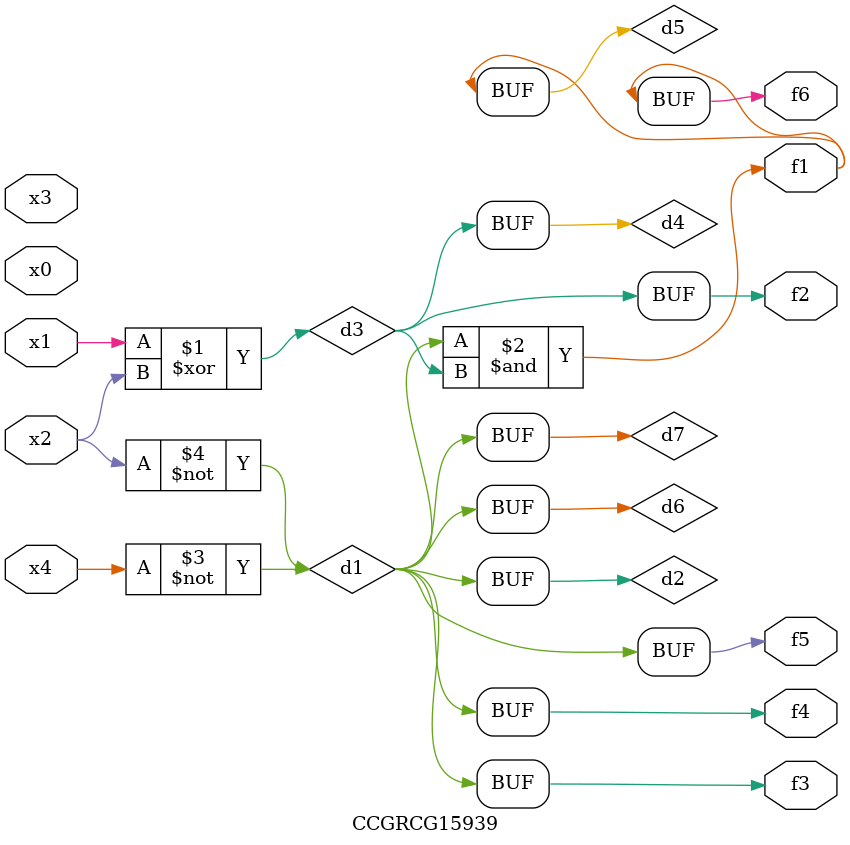
<source format=v>
module CCGRCG15939(
	input x0, x1, x2, x3, x4,
	output f1, f2, f3, f4, f5, f6
);

	wire d1, d2, d3, d4, d5, d6, d7;

	not (d1, x4);
	not (d2, x2);
	xor (d3, x1, x2);
	buf (d4, d3);
	and (d5, d1, d3);
	buf (d6, d1, d2);
	buf (d7, d2);
	assign f1 = d5;
	assign f2 = d4;
	assign f3 = d7;
	assign f4 = d7;
	assign f5 = d7;
	assign f6 = d5;
endmodule

</source>
